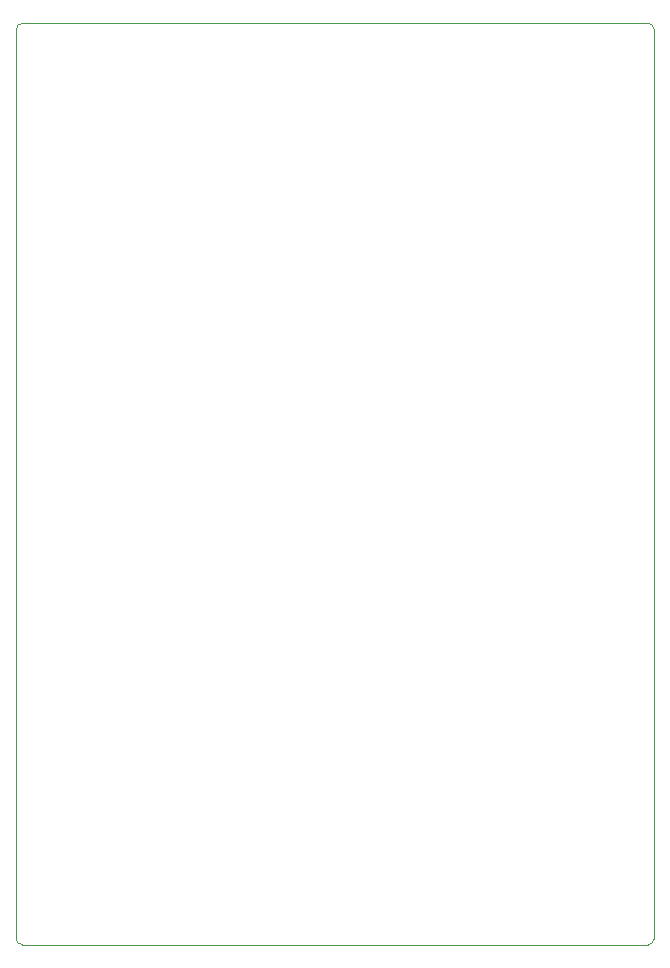
<source format=gbr>
%TF.GenerationSoftware,KiCad,Pcbnew,8.0.6*%
%TF.CreationDate,2024-11-10T12:55:49-08:00*%
%TF.ProjectId,stm32-can-do,73746d33-322d-4636-916e-2d646f2e6b69,v0.1*%
%TF.SameCoordinates,Original*%
%TF.FileFunction,Profile,NP*%
%FSLAX46Y46*%
G04 Gerber Fmt 4.6, Leading zero omitted, Abs format (unit mm)*
G04 Created by KiCad (PCBNEW 8.0.6) date 2024-11-10 12:55:49*
%MOMM*%
%LPD*%
G01*
G04 APERTURE LIST*
%TA.AperFunction,Profile*%
%ADD10C,0.050000*%
%TD*%
G04 APERTURE END LIST*
D10*
X117500000Y-46000000D02*
X170500000Y-46000000D01*
X117000000Y-123500000D02*
X117000000Y-46500000D01*
X171000000Y-46500000D02*
X171000000Y-123500000D01*
X170500000Y-46000000D02*
G75*
G02*
X171000000Y-46500000I0J-500000D01*
G01*
X117000000Y-46500000D02*
G75*
G02*
X117500000Y-46000000I500000J0D01*
G01*
X117500000Y-124000000D02*
G75*
G02*
X117000000Y-123500000I0J500000D01*
G01*
X170500000Y-124000000D02*
X117500000Y-124000000D01*
X171000000Y-123500000D02*
G75*
G02*
X170500000Y-124000000I-500000J0D01*
G01*
M02*

</source>
